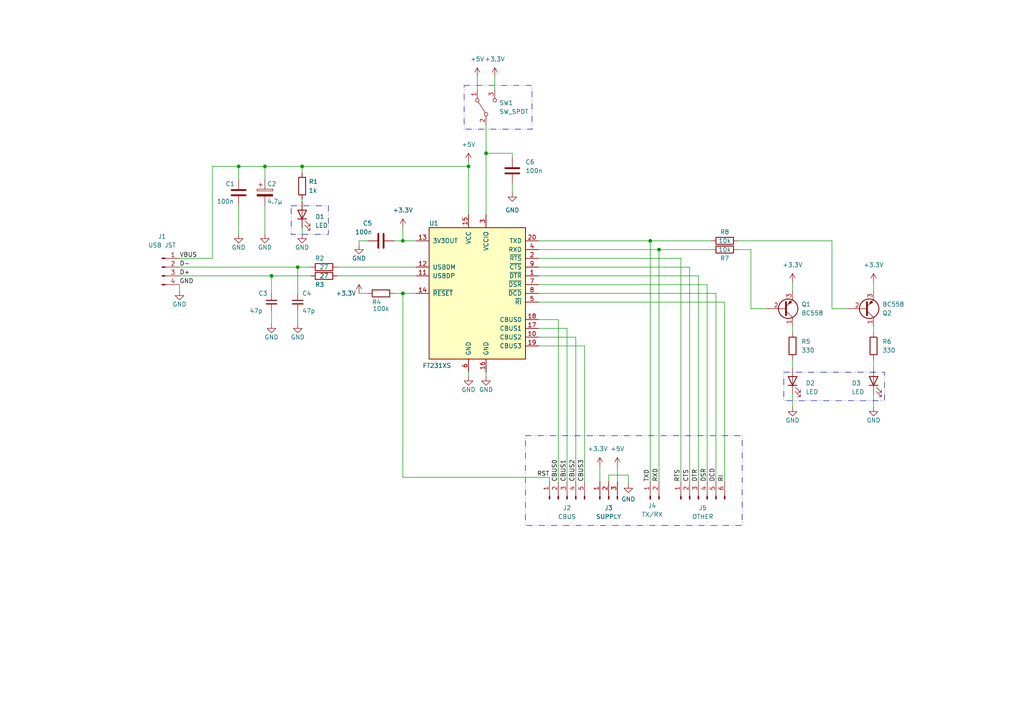
<source format=kicad_sch>
(kicad_sch (version 20230121) (generator eeschema)
  (paper "A4")
  (lib_symbols
    (symbol "Connector:Conn_01x02_Pin" (pin_names (offset 1.016) hide)
      (property "Reference" "J" (at 0 2.54 0))
      (property "Value" "Conn_01x02_Pin" (at 0 -5.08 0))
      (symbol "Conn_01x02_Pin_1_1"
        (polyline (pts (xy 1.27 -2.54) (xy 0.8636 -2.54)) (stroke (width 0.1524)))
        (polyline (pts (xy 1.27 0) (xy 0.8636 0)) (stroke (width 0.1524)))
        (rectangle (start 0.8636 -2.413) (end 0 -2.667) (stroke (width 0.1524)) (fill (type outline)))
        (rectangle (start 0.8636 0.127) (end 0 -0.127) (stroke (width 0.1524)) (fill (type outline)))
        (pin passive line (at 5.08 0 180) (length 3.81) (name "Pin_1") (number "1"))
        (pin passive line (at 5.08 -2.54 180) (length 3.81) (name "Pin_2") (number "2"))
      )
    )
    (symbol "Connector:Conn_01x03_Pin" (pin_names (offset 1.016) hide)
      (property "Reference" "J" (at 0 5.08 0))
      (property "Value" "Conn_01x03_Pin" (at 0 -5.08 0))
      (symbol "Conn_01x03_Pin_1_1"
        (polyline (pts (xy 1.27 -2.54) (xy 0.8636 -2.54)) (stroke (width 0.1524)))
        (polyline (pts (xy 1.27 0) (xy 0.8636 0)) (stroke (width 0.1524)))
        (polyline (pts (xy 1.27 2.54) (xy 0.8636 2.54)) (stroke (width 0.1524)))
        (rectangle (start 0.8636 -2.413) (end 0 -2.667) (stroke (width 0.1524)) (fill (type outline)))
        (rectangle (start 0.8636 0.127) (end 0 -0.127) (stroke (width 0.1524)) (fill (type outline)))
        (rectangle (start 0.8636 2.667) (end 0 2.413) (stroke (width 0.1524)) (fill (type outline)))
        (pin passive line (at 5.08 2.54 180) (length 3.81) (name "Pin_1") (number "1"))
        (pin passive line (at 5.08 0 180) (length 3.81) (name "Pin_2") (number "2"))
        (pin passive line (at 5.08 -2.54 180) (length 3.81) (name "Pin_3") (number "3"))
      )
    )
    (symbol "Connector:Conn_01x04_Pin" (pin_names (offset 1.016) hide)
      (property "Reference" "J" (at 0 5.08 0))
      (property "Value" "Conn_01x04_Pin" (at 0 -7.62 0))
      (symbol "Conn_01x04_Pin_1_1"
        (polyline (pts (xy 1.27 -5.08) (xy 0.8636 -5.08)) (stroke (width 0.1524)))
        (polyline (pts (xy 1.27 -2.54) (xy 0.8636 -2.54)) (stroke (width 0.1524)))
        (polyline (pts (xy 1.27 0) (xy 0.8636 0)) (stroke (width 0.1524)))
        (polyline (pts (xy 1.27 2.54) (xy 0.8636 2.54)) (stroke (width 0.1524)))
        (rectangle (start 0.8636 -4.953) (end 0 -5.207) (stroke (width 0.1524)) (fill (type outline)))
        (rectangle (start 0.8636 -2.413) (end 0 -2.667) (stroke (width 0.1524)) (fill (type outline)))
        (rectangle (start 0.8636 0.127) (end 0 -0.127) (stroke (width 0.1524)) (fill (type outline)))
        (rectangle (start 0.8636 2.667) (end 0 2.413) (stroke (width 0.1524)) (fill (type outline)))
        (pin passive line (at 5.08 2.54 180) (length 3.81) (name "Pin_1") (number "1"))
        (pin passive line (at 5.08 0 180) (length 3.81) (name "Pin_2") (number "2"))
        (pin passive line (at 5.08 -2.54 180) (length 3.81) (name "Pin_3") (number "3"))
        (pin passive line (at 5.08 -5.08 180) (length 3.81) (name "Pin_4") (number "4"))
      )
    )
    (symbol "Connector:Conn_01x05_Pin" (pin_names (offset 1.016) hide)
      (property "Reference" "J" (at 0 7.62 0))
      (property "Value" "Conn_01x05_Pin" (at 0 -7.62 0))
      (symbol "Conn_01x05_Pin_1_1"
        (polyline (pts (xy 1.27 -5.08) (xy 0.8636 -5.08)) (stroke (width 0.1524)))
        (polyline (pts (xy 1.27 -2.54) (xy 0.8636 -2.54)) (stroke (width 0.1524)))
        (polyline (pts (xy 1.27 0) (xy 0.8636 0)) (stroke (width 0.1524)))
        (polyline (pts (xy 1.27 2.54) (xy 0.8636 2.54)) (stroke (width 0.1524)))
        (polyline (pts (xy 1.27 5.08) (xy 0.8636 5.08)) (stroke (width 0.1524)))
        (rectangle (start 0.8636 -4.953) (end 0 -5.207) (stroke (width 0.1524)) (fill (type outline)))
        (rectangle (start 0.8636 -2.413) (end 0 -2.667) (stroke (width 0.1524)) (fill (type outline)))
        (rectangle (start 0.8636 0.127) (end 0 -0.127) (stroke (width 0.1524)) (fill (type outline)))
        (rectangle (start 0.8636 2.667) (end 0 2.413) (stroke (width 0.1524)) (fill (type outline)))
        (rectangle (start 0.8636 5.207) (end 0 4.953) (stroke (width 0.1524)) (fill (type outline)))
        (pin passive line (at 5.08 5.08 180) (length 3.81) (name "Pin_1") (number "1"))
        (pin passive line (at 5.08 2.54 180) (length 3.81) (name "Pin_2") (number "2"))
        (pin passive line (at 5.08 0 180) (length 3.81) (name "Pin_3") (number "3"))
        (pin passive line (at 5.08 -2.54 180) (length 3.81) (name "Pin_4") (number "4"))
        (pin passive line (at 5.08 -5.08 180) (length 3.81) (name "Pin_5") (number "5"))
      )
    )
    (symbol "Connector:Conn_01x06_Pin" (pin_names (offset 1.016) hide)
      (property "Reference" "J" (at 0 7.62 0))
      (property "Value" "Conn_01x06_Pin" (at 0 -10.16 0))
      (symbol "Conn_01x06_Pin_1_1"
        (polyline (pts (xy 1.27 -7.62) (xy 0.8636 -7.62)) (stroke (width 0.1524)))
        (polyline (pts (xy 1.27 -5.08) (xy 0.8636 -5.08)) (stroke (width 0.1524)))
        (polyline (pts (xy 1.27 -2.54) (xy 0.8636 -2.54)) (stroke (width 0.1524)))
        (polyline (pts (xy 1.27 0) (xy 0.8636 0)) (stroke (width 0.1524)))
        (polyline (pts (xy 1.27 2.54) (xy 0.8636 2.54)) (stroke (width 0.1524)))
        (polyline (pts (xy 1.27 5.08) (xy 0.8636 5.08)) (stroke (width 0.1524)))
        (rectangle (start 0.8636 -7.493) (end 0 -7.747) (stroke (width 0.1524)) (fill (type outline)))
        (rectangle (start 0.8636 -4.953) (end 0 -5.207) (stroke (width 0.1524)) (fill (type outline)))
        (rectangle (start 0.8636 -2.413) (end 0 -2.667) (stroke (width 0.1524)) (fill (type outline)))
        (rectangle (start 0.8636 0.127) (end 0 -0.127) (stroke (width 0.1524)) (fill (type outline)))
        (rectangle (start 0.8636 2.667) (end 0 2.413) (stroke (width 0.1524)) (fill (type outline)))
        (rectangle (start 0.8636 5.207) (end 0 4.953) (stroke (width 0.1524)) (fill (type outline)))
        (pin passive line (at 5.08 5.08 180) (length 3.81) (name "Pin_1") (number "1"))
        (pin passive line (at 5.08 2.54 180) (length 3.81) (name "Pin_2") (number "2"))
        (pin passive line (at 5.08 0 180) (length 3.81) (name "Pin_3") (number "3"))
        (pin passive line (at 5.08 -2.54 180) (length 3.81) (name "Pin_4") (number "4"))
        (pin passive line (at 5.08 -5.08 180) (length 3.81) (name "Pin_5") (number "5"))
        (pin passive line (at 5.08 -7.62 180) (length 3.81) (name "Pin_6") (number "6"))
      )
    )
    (symbol "Device:LED" (pin_numbers hide) (pin_names (offset 1.016) hide)
      (property "Reference" "D" (at 0 2.54 0))
      (property "Value" "LED" (at 0 -2.54 0))
      (symbol "LED_0_1"
        (polyline (pts (xy -1.27 -1.27) (xy -1.27 1.27)) (stroke (width 0.254)))
        (polyline (pts (xy -1.27 0) (xy 1.27 0)))
        (polyline (pts (xy 1.27 -1.27) (xy 1.27 1.27) (xy -1.27 0) (xy 1.27 -1.27)) (stroke (width 0.254)))
        (polyline (pts (xy -3.048 -0.762) (xy -4.572 -2.286) (xy -3.81 -2.286) (xy -4.572 -2.286) (xy -4.572 -1.524)))
        (polyline (pts (xy -1.778 -0.762) (xy -3.302 -2.286) (xy -2.54 -2.286) (xy -3.302 -2.286) (xy -3.302 -1.524)))
      )
      (symbol "LED_1_1"
        (pin passive line (at -3.81 0 0) (length 2.54) (name "K") (number "1"))
        (pin passive line (at 3.81 0 180) (length 2.54) (name "A") (number "2"))
      )
    )
    (symbol "Device:R" (pin_numbers hide) (pin_names (offset 0))
      (property "Reference" "R" (at 2.032 0 90))
      (property "Value" "R" (at 0 0 90))
      (symbol "R_0_1"
        (rectangle (start -1.016 -2.54) (end 1.016 2.54) (stroke (width 0.254)))
      )
      (symbol "R_1_1"
        (pin passive line (at 0 3.81 270) (length 1.27) (name "~") (number "1"))
        (pin passive line (at 0 -3.81 90) (length 1.27) (name "~") (number "2"))
      )
    )
    (symbol "FTDI_FT231XS-U_Breakout-rescue:C" (pin_numbers hide) (pin_names (offset 0.254))
      (property "Reference" "C" (at 0.635 2.54 0))
      (property "Value" "C" (at 0.635 -2.54 0))
      (symbol "C_0_1"
        (polyline (pts (xy -2.032 -0.762) (xy 2.032 -0.762)) (stroke (width 0.508)))
        (polyline (pts (xy -2.032 0.762) (xy 2.032 0.762)) (stroke (width 0.508)))
      )
      (symbol "C_1_1"
        (pin passive line (at 0 3.81 270) (length 2.794) (name "~") (number "1"))
        (pin passive line (at 0 -3.81 90) (length 2.794) (name "~") (number "2"))
      )
    )
    (symbol "FTDI_FT231XS-U_Breakout-rescue:CP" (pin_numbers hide) (pin_names (offset 0.254))
      (property "Reference" "C" (at 0.635 2.54 0))
      (property "Value" "CP" (at 0.635 -2.54 0))
      (symbol "CP_0_1"
        (rectangle (start -2.286 0.508) (end -2.286 1.016))
        (rectangle (start -2.286 0.508) (end 2.286 0.508))
        (polyline (pts (xy -1.778 2.286) (xy -0.762 2.286)))
        (polyline (pts (xy -1.27 2.794) (xy -1.27 1.778)))
        (rectangle (start 2.286 -0.508) (end -2.286 -1.016) (fill (type outline)))
        (rectangle (start 2.286 1.016) (end -2.286 1.016))
        (rectangle (start 2.286 1.016) (end 2.286 0.508))
      )
      (symbol "CP_1_1"
        (pin passive line (at 0 3.81 270) (length 2.794) (name "~") (number "1"))
        (pin passive line (at 0 -3.81 90) (length 2.794) (name "~") (number "2"))
      )
    )
    (symbol "FTDI_FT231XS-U_Breakout-rescue:C_Small" (pin_numbers hide) (pin_names (offset 0.254) hide)
      (property "Reference" "C" (at 0.254 1.778 0))
      (property "Value" "C_Small" (at 0.254 -2.032 0))
      (symbol "C_Small_0_1"
        (polyline (pts (xy -1.524 -0.508) (xy 1.524 -0.508)) (stroke (width 0.3302)))
        (polyline (pts (xy -1.524 0.508) (xy 1.524 0.508)) (stroke (width 0.3048)))
      )
      (symbol "C_Small_1_1"
        (pin passive line (at 0 2.54 270) (length 1.905) (name "~") (number "1"))
        (pin passive line (at 0 -2.54 90) (length 2.032) (name "~") (number "2"))
      )
    )
    (symbol "FTDI_FT231XS-U_Breakout-rescue:FT231XS" (pin_names (offset 1.016))
      (property "Reference" "U" (at -13.97 20.32 0))
      (property "Value" "FT231XS" (at 7.62 20.32 0))
      (property "Footprint" "SSOP-20" (at 0 0 0))
      (symbol "FT231XS_0_1"
        (rectangle (start -13.97 19.05) (end 13.97 -19.05) (stroke (width 0.254)) (fill (type background)))
      )
      (symbol "FT231XS_1_1"
        (pin output line (at 17.78 5.08 180) (length 3.81) (name "~{DTR}") (number "1"))
        (pin bidirectional line (at 17.78 -12.7 180) (length 3.81) (name "CBUS2") (number "10"))
        (pin bidirectional line (at -17.78 5.08 0) (length 3.81) (name "USBDP") (number "11"))
        (pin bidirectional line (at -17.78 7.62 0) (length 3.81) (name "USBDM") (number "12"))
        (pin power_out line (at -17.78 15.24 0) (length 3.81) (name "3V3OUT") (number "13"))
        (pin input line (at -17.78 0 0) (length 3.81) (name "~{RESET}") (number "14"))
        (pin power_in line (at -2.54 22.86 270) (length 3.81) (name "VCC") (number "15"))
        (pin power_in line (at 2.54 -22.86 90) (length 3.81) (name "GND") (number "16"))
        (pin bidirectional line (at 17.78 -10.16 180) (length 3.81) (name "CBUS1") (number "17"))
        (pin bidirectional line (at 17.78 -7.62 180) (length 3.81) (name "CBUS0") (number "18"))
        (pin bidirectional line (at 17.78 -15.24 180) (length 3.81) (name "CBUS3") (number "19"))
        (pin input line (at 17.78 10.16 180) (length 3.81) (name "~{RTS}") (number "2"))
        (pin output line (at 17.78 15.24 180) (length 3.81) (name "TXD") (number "20"))
        (pin power_in line (at 2.54 22.86 270) (length 3.81) (name "VCCIO") (number "3"))
        (pin input line (at 17.78 12.7 180) (length 3.81) (name "RXD") (number "4"))
        (pin input line (at 17.78 -2.54 180) (length 3.81) (name "~{RI}") (number "5"))
        (pin power_in line (at -2.54 -22.86 90) (length 3.81) (name "GND") (number "6"))
        (pin output line (at 17.78 2.54 180) (length 3.81) (name "~{DSR}") (number "7"))
        (pin input line (at 17.78 0 180) (length 3.81) (name "~{DCD}") (number "8"))
        (pin input line (at 17.78 7.62 180) (length 3.81) (name "~{CTS}") (number "9"))
      )
    )
    (symbol "FTDI_FT231XS-U_Breakout-rescue:GND" (power) (pin_names (offset 0))
      (property "Value" "GND" (at 0 -3.81 0))
      (symbol "GND_0_1"
        (polyline (pts (xy 0 0) (xy 0 -1.27) (xy 1.27 -1.27) (xy 0 -2.54) (xy -1.27 -1.27) (xy 0 -1.27)))
      )
      (symbol "GND_1_1"
        (pin power_in line (at 0 0 270) (length 0) hide (name "GND") (number "1"))
      )
    )
    (symbol "FTDI_FT231XS-U_Breakout-rescue:R" (pin_numbers hide) (pin_names (offset 0))
      (property "Reference" "R" (at 2.032 0 90))
      (property "Value" "R" (at 0 0 90))
      (symbol "R_0_1"
        (rectangle (start -1.016 -2.54) (end 1.016 2.54) (stroke (width 0.254)))
      )
      (symbol "R_1_1"
        (pin passive line (at 0 3.81 270) (length 1.27) (name "~") (number "1"))
        (pin passive line (at 0 -3.81 90) (length 1.27) (name "~") (number "2"))
      )
    )
    (symbol "Switch:SW_SPDT" (pin_names (offset 0) hide)
      (property "Reference" "SW" (at 0 4.318 0))
      (property "Value" "SW_SPDT" (at 0 -5.08 0))
      (symbol "SW_SPDT_0_0"
        (circle (center -2.032 0) (radius 0.508))
        (circle (center 2.032 -2.54) (radius 0.508))
      )
      (symbol "SW_SPDT_0_1"
        (polyline (pts (xy -1.524 0.254) (xy 1.651 2.286)))
        (circle (center 2.032 2.54) (radius 0.508))
      )
      (symbol "SW_SPDT_1_1"
        (pin passive line (at 5.08 2.54 180) (length 2.54) (name "A") (number "1"))
        (pin passive line (at -5.08 0 0) (length 2.54) (name "B") (number "2"))
        (pin passive line (at 5.08 -2.54 180) (length 2.54) (name "C") (number "3"))
      )
    )
    (symbol "Transistor_BJT:BC558" (pin_names (offset 0) hide)
      (property "Reference" "Q" (at 5.08 1.905 0))
      (property "Value" "BC558" (at 5.08 0 0))
      (symbol "BC558_0_1"
        (polyline (pts (xy 0.635 0.635) (xy 2.54 2.54)))
        (polyline (pts (xy 0.635 -0.635) (xy 2.54 -2.54) (xy 2.54 -2.54)))
        (polyline (pts (xy 0.635 1.905) (xy 0.635 -1.905) (xy 0.635 -1.905)) (stroke (width 0.508)))
        (polyline (pts (xy 2.286 -1.778) (xy 1.778 -2.286) (xy 1.27 -1.27) (xy 2.286 -1.778) (xy 2.286 -1.778)) (fill (type outline)))
        (circle (center 1.27 0) (radius 2.8194) (stroke (width 0.254)))
      )
      (symbol "BC558_1_1"
        (pin passive line (at 2.54 5.08 270) (length 2.54) (name "C") (number "1"))
        (pin input line (at -5.08 0 0) (length 5.715) (name "B") (number "2"))
        (pin passive line (at 2.54 -5.08 90) (length 2.54) (name "E") (number "3"))
      )
    )
    (symbol "power:+3.3V" (power) (pin_names (offset 0))
      (property "Value" "+3.3V" (at 0 3.556 0))
      (symbol "+3.3V_0_1"
        (polyline (pts (xy -0.762 1.27) (xy 0 2.54)))
        (polyline (pts (xy 0 0) (xy 0 2.54)))
        (polyline (pts (xy 0 2.54) (xy 0.762 1.27)))
      )
      (symbol "+3.3V_1_1"
        (pin power_in line (at 0 0 90) (length 0) hide (name "+3.3V") (number "1"))
      )
    )
    (symbol "power:+5V" (power) (pin_names (offset 0))
      (property "Value" "+5V" (at 0 3.556 0))
      (symbol "+5V_0_1"
        (polyline (pts (xy -0.762 1.27) (xy 0 2.54)))
        (polyline (pts (xy 0 0) (xy 0 2.54)))
        (polyline (pts (xy 0 2.54) (xy 0.762 1.27)))
      )
      (symbol "+5V_1_1"
        (pin power_in line (at 0 0 90) (length 0) hide (name "+5V") (number "1"))
      )
    )
    (symbol "power:GND" (power) (pin_names (offset 0))
      (property "Value" "GND" (at 0 -3.81 0))
      (symbol "GND_0_1"
        (polyline (pts (xy 0 0) (xy 0 -1.27) (xy 1.27 -1.27) (xy 0 -2.54) (xy -1.27 -1.27) (xy 0 -1.27)))
      )
      (symbol "GND_1_1"
        (pin power_in line (at 0 0 270) (length 0) hide (name "GND") (number "1"))
      )
    )
  )
  (junction (at 116.84 85.09))
  (junction (at 140.97 44.45))
  (junction (at 188.595 69.85))
  (junction (at 86.36 77.47))
  (junction (at 78.74 80.01))
  (junction (at 135.89 48.26))
  (junction (at 69.215 48.26))
  (junction (at 87.63 48.26))
  (junction (at 116.84 69.85))
  (junction (at 191.135 72.39))
  (junction (at 76.835 48.26))
  (wire (pts (xy 217.805 89.535) (xy 222.25 89.535)))
  (wire (pts (xy 156.21 95.25) (xy 164.465 95.25)))
  (wire (pts (xy 104.14 85.09) (xy 106.68 85.09)))
  (wire (pts (xy 159.385 138.43) (xy 116.84 138.43)))
  (wire (pts (xy 197.485 74.93) (xy 197.485 139.7)))
  (wire (pts (xy 253.365 94.615) (xy 253.365 96.52)))
  (wire (pts (xy 52.07 80.01) (xy 78.74 80.01)))
  (wire (pts (xy 205.105 82.55) (xy 205.105 139.7)))
  (wire (pts (xy 61.595 48.26) (xy 69.215 48.26)))
  (wire (pts (xy 167.005 97.79) (xy 167.005 139.7)))
  (wire (pts (xy 176.53 137.795) (xy 182.245 137.795)))
  (wire (pts (xy 182.245 137.795) (xy 182.245 140.335)))
  (wire (pts (xy 156.21 72.39) (xy 191.135 72.39)))
  (wire (pts (xy 140.97 44.45) (xy 148.59 44.45)))
  (wire (pts (xy 156.21 85.09) (xy 207.645 85.09)))
  (wire (pts (xy 86.36 77.47) (xy 90.17 77.47)))
  (wire (pts (xy 191.135 72.39) (xy 206.375 72.39)))
  (wire (pts (xy 87.63 48.26) (xy 135.89 48.26)))
  (wire (pts (xy 156.21 82.55) (xy 205.105 82.55)))
  (wire (pts (xy 188.595 69.85) (xy 206.375 69.85)))
  (wire (pts (xy 76.835 48.26) (xy 87.63 48.26)))
  (wire (pts (xy 241.3 69.85) (xy 241.3 89.535)))
  (wire (pts (xy 52.07 77.47) (xy 86.36 77.47)))
  (wire (pts (xy 202.565 80.01) (xy 202.565 139.7)))
  (wire (pts (xy 156.21 69.85) (xy 188.595 69.85)))
  (wire (pts (xy 241.3 89.535) (xy 245.745 89.535)))
  (wire (pts (xy 135.89 48.26) (xy 135.89 62.23)))
  (wire (pts (xy 87.63 66.04) (xy 87.63 67.945)))
  (wire (pts (xy 229.87 94.615) (xy 229.87 96.52)))
  (wire (pts (xy 97.79 77.47) (xy 120.65 77.47)))
  (wire (pts (xy 76.835 59.69) (xy 76.835 67.945)))
  (wire (pts (xy 169.545 100.33) (xy 169.545 139.7)))
  (wire (pts (xy 52.07 82.55) (xy 52.07 84.455)))
  (wire (pts (xy 116.84 85.09) (xy 120.65 85.09)))
  (wire (pts (xy 78.74 90.17) (xy 78.74 93.98)))
  (wire (pts (xy 86.36 90.17) (xy 86.36 93.98)))
  (wire (pts (xy 229.87 114.3) (xy 229.87 118.11)))
  (wire (pts (xy 138.43 22.225) (xy 138.43 26.035)))
  (wire (pts (xy 156.21 77.47) (xy 200.025 77.47)))
  (wire (pts (xy 253.365 104.14) (xy 253.365 106.68)))
  (wire (pts (xy 114.3 69.85) (xy 116.84 69.85)))
  (wire (pts (xy 148.59 53.34) (xy 148.59 55.88)))
  (wire (pts (xy 156.21 74.93) (xy 197.485 74.93)))
  (wire (pts (xy 78.74 80.01) (xy 90.17 80.01)))
  (wire (pts (xy 116.84 66.04) (xy 116.84 69.85)))
  (wire (pts (xy 173.99 135.255) (xy 173.99 139.7)))
  (wire (pts (xy 143.51 22.225) (xy 143.51 26.035)))
  (wire (pts (xy 188.595 69.85) (xy 188.595 139.7)))
  (wire (pts (xy 148.59 44.45) (xy 148.59 45.72)))
  (wire (pts (xy 253.365 114.3) (xy 253.365 118.11)))
  (wire (pts (xy 213.995 69.85) (xy 241.3 69.85)))
  (wire (pts (xy 69.215 48.26) (xy 69.215 52.07)))
  (wire (pts (xy 87.63 57.785) (xy 87.63 58.42)))
  (wire (pts (xy 135.89 46.99) (xy 135.89 48.26)))
  (wire (pts (xy 140.97 44.45) (xy 140.97 62.23)))
  (wire (pts (xy 114.3 85.09) (xy 116.84 85.09)))
  (wire (pts (xy 229.87 81.915) (xy 229.87 84.455)))
  (wire (pts (xy 207.645 85.09) (xy 207.645 139.7)))
  (wire (pts (xy 200.025 77.47) (xy 200.025 139.7)))
  (wire (pts (xy 229.87 104.14) (xy 229.87 106.68)))
  (wire (pts (xy 116.84 138.43) (xy 116.84 85.09)))
  (wire (pts (xy 86.36 77.47) (xy 86.36 85.09)))
  (wire (pts (xy 164.465 95.25) (xy 164.465 139.7)))
  (wire (pts (xy 156.21 87.63) (xy 210.185 87.63)))
  (wire (pts (xy 61.595 74.93) (xy 61.595 48.26)))
  (wire (pts (xy 176.53 139.7) (xy 176.53 137.795)))
  (wire (pts (xy 156.21 92.71) (xy 161.925 92.71)))
  (wire (pts (xy 52.07 74.93) (xy 61.595 74.93)))
  (wire (pts (xy 161.925 92.71) (xy 161.925 139.7)))
  (wire (pts (xy 116.84 69.85) (xy 120.65 69.85)))
  (wire (pts (xy 78.74 80.01) (xy 78.74 85.09)))
  (wire (pts (xy 69.215 59.69) (xy 69.215 67.945)))
  (wire (pts (xy 156.21 100.33) (xy 169.545 100.33)))
  (wire (pts (xy 140.97 107.95) (xy 140.97 109.22)))
  (wire (pts (xy 156.21 97.79) (xy 167.005 97.79)))
  (wire (pts (xy 159.385 139.7) (xy 159.385 138.43)))
  (wire (pts (xy 97.79 80.01) (xy 120.65 80.01)))
  (wire (pts (xy 253.365 81.915) (xy 253.365 84.455)))
  (wire (pts (xy 104.14 69.85) (xy 106.68 69.85)))
  (wire (pts (xy 156.21 80.01) (xy 202.565 80.01)))
  (wire (pts (xy 191.135 72.39) (xy 191.135 139.7)))
  (wire (pts (xy 140.97 36.195) (xy 140.97 44.45)))
  (wire (pts (xy 76.835 48.26) (xy 76.835 52.07)))
  (wire (pts (xy 104.14 71.12) (xy 104.14 69.85)))
  (wire (pts (xy 69.215 48.26) (xy 76.835 48.26)))
  (wire (pts (xy 210.185 87.63) (xy 210.185 139.7)))
  (wire (pts (xy 179.07 135.255) (xy 179.07 139.7)))
  (wire (pts (xy 87.63 48.26) (xy 87.63 50.165)))
  (wire (pts (xy 135.89 107.95) (xy 135.89 109.22)))
  (wire (pts (xy 213.995 72.39) (xy 217.805 72.39)))
  (wire (pts (xy 217.805 72.39) (xy 217.805 89.535)))
  (rectangle (start 84.455 59.69) (end 95.25 67.945) (stroke (width 0) (type dash_dot_dot)))
  (rectangle (start 152.4 126.365) (end 215.265 152.4) (stroke (width 0) (type dash_dot_dot)))
  (rectangle (start 134.62 24.765) (end 154.305 37.465) (stroke (width 0) (type dash_dot_dot)))
  (rectangle (start 227.33 107.95) (end 256.54 116.205) (stroke (width 0) (type dash_dot_dot)))
  (label "CBUS0" (at 161.925 139.7 90))
  (label "GND" (at 52.07 82.55 0))
  (label "CBUS2" (at 167.005 139.7 90))
  (label "CBUS3" (at 169.545 139.7 90))
  (label "DCD" (at 207.645 139.7 90))
  (label "CTS" (at 200.025 139.7 90))
  (label "RI" (at 210.185 139.7 90))
  (label "DSR" (at 205.105 139.7 90))
  (label "VBUS" (at 52.07 74.93 0))
  (label "RST" (at 159.385 138.43 180))
  (label "RTS" (at 197.485 139.7 90))
  (label "D-" (at 52.07 77.47 0))
  (label "DTR" (at 202.565 139.7 90))
  (label "D+" (at 52.07 80.01 0))
  (label "TXD" (at 188.595 139.7 90))
  (label "CBUS1" (at 164.465 139.7 90))
  (label "RXD" (at 191.135 139.7 90))
  (symbol (lib_id "Device:LED") (at 229.87 110.49 90) (unit 1)
    (property "Reference" "D2" (at 233.68 111.125 90) (effects (justify right)))
    (property "Value" "LED" (at 233.68 113.665 90) (effects (justify right)))
    (property "Footprint" "Connector_JST:JST_XH_B2B-XH-A_1x02_P2.50mm_Vertical" (effects hide))
  )
  (symbol (lib_id "FTDI_FT231XS-U_Breakout-rescue:GND") (at 69.215 67.945 0) (unit 1)
    (property "Reference" "#PWR02" (effects hide))
    (property "Value" "GND" (at 69.215 71.755 0))
  )
  (symbol (lib_id "power:+3.3V") (at 104.14 85.09 0) (unit 1)
    (property "Reference" "#PWR08" (effects hide))
    (property "Value" "+3.3V" (at 100.33 85.09 0))
  )
  (symbol (lib_id "FTDI_FT231XS-U_Breakout-rescue:GND") (at 253.365 118.11 0) (unit 1)
    (property "Reference" "#PWR022" (effects hide))
    (property "Value" "GND" (at 253.365 121.92 0))
  )
  (symbol (lib_id "FTDI_FT231XS-U_Breakout-rescue:GND") (at 78.74 93.98 0) (unit 1)
    (property "Reference" "#PWR04" (effects hide))
    (property "Value" "GND" (at 78.74 97.79 0))
  )
  (symbol (lib_id "Device:R") (at 87.63 53.975 0) (unit 1)
    (property "Reference" "R1" (at 89.535 52.705 0) (effects (justify left)))
    (property "Value" "1k" (at 89.535 55.245 0) (effects (justify left)))
    (property "Footprint" "Resistor_THT:R_Axial_DIN0207_L6.3mm_D2.5mm_P7.62mm_Horizontal" (effects hide))
  )
  (symbol (lib_id "FTDI_FT231XS-U_Breakout-rescue:GND") (at 148.59 55.88 0) (unit 1)
    (property "Reference" "#PWR015" (effects hide))
    (property "Value" "GND" (at 148.59 60.96 0))
  )
  (symbol (lib_id "FTDI_FT231XS-U_Breakout-rescue:GND") (at 229.87 118.11 0) (unit 1)
    (property "Reference" "#PWR020" (effects hide))
    (property "Value" "GND" (at 229.87 121.92 0))
  )
  (symbol (lib_id "FTDI_FT231XS-U_Breakout-rescue:GND") (at 140.97 109.22 0) (unit 1)
    (property "Reference" "#PWR013" (effects hide))
    (property "Value" "GND" (at 140.97 113.03 0))
  )
  (symbol (lib_id "Device:LED") (at 253.365 110.49 90) (unit 1)
    (property "Reference" "D3" (at 247.015 111.125 90) (effects (justify right)))
    (property "Value" "LED" (at 247.015 113.665 90) (effects (justify right)))
    (property "Footprint" "Connector_JST:JST_XH_B2B-XH-A_1x02_P2.50mm_Vertical" (effects hide))
  )
  (symbol (lib_id "Connector:Conn_01x02_Pin") (at 188.595 144.78 90) (unit 1)
    (property "Reference" "J4" (at 187.96 146.685 90) (effects (justify right)))
    (property "Value" "TX/RX" (at 186.055 149.225 90) (effects (justify right)))
    (property "Footprint" "Connector_PinHeader_2.54mm:PinHeader_1x02_P2.54mm_Horizontal" (effects hide))
  )
  (symbol (lib_id "FTDI_FT231XS-U_Breakout-rescue:FT231XS") (at 138.43 85.09 0) (unit 1)
    (property "Reference" "U1" (at 124.46 64.77 0) (effects (justify left)))
    (property "Value" "FT231XS" (at 122.555 106.045 0) (effects (justify left)))
    (property "Footprint" "Breakout:FTDI231X_Breakout" (effects hide))
  )
  (symbol (lib_id "Device:R") (at 253.365 100.33 0) (unit 1)
    (property "Reference" "R6" (at 255.905 99.06 0) (effects (justify left)))
    (property "Value" "330" (at 255.905 101.6 0) (effects (justify left)))
    (property "Footprint" "Resistor_THT:R_Axial_DIN0207_L6.3mm_D2.5mm_P7.62mm_Horizontal" (effects hide))
  )
  (symbol (lib_id "power:+3.3V") (at 143.51 22.225 0) (unit 1)
    (property "Reference" "#PWR014" (effects hide))
    (property "Value" "+3.3V" (at 143.51 17.145 0))
  )
  (symbol (lib_id "power:+3.3V") (at 116.84 66.04 0) (unit 1)
    (property "Reference" "#PWR09" (effects hide))
    (property "Value" "+3.3V" (at 116.84 60.96 0))
  )
  (symbol (lib_id "FTDI_FT231XS-U_Breakout-rescue:CP") (at 76.835 55.88 0) (unit 1)
    (property "Reference" "C2" (at 77.47 53.34 0) (effects (justify left)))
    (property "Value" "4.7µ" (at 77.47 58.42 0) (effects (justify left)))
    (property "Footprint" "Capacitor_THT:CP_Radial_D5.0mm_P2.00mm" (effects hide))
  )
  (symbol (lib_id "FTDI_FT231XS-U_Breakout-rescue:R") (at 93.98 77.47 270) (unit 1)
    (property "Reference" "R2" (at 92.71 74.93 90))
    (property "Value" "27" (at 93.98 77.47 90))
    (property "Footprint" "Resistor_THT:R_Axial_DIN0207_L6.3mm_D2.5mm_P7.62mm_Horizontal" (effects hide))
  )
  (symbol (lib_id "FTDI_FT231XS-U_Breakout-rescue:C") (at 69.215 55.88 0) (unit 1)
    (property "Reference" "C1" (at 65.405 53.34 0) (effects (justify left)))
    (property "Value" "100n" (at 62.865 58.42 0) (effects (justify left)))
    (property "Footprint" "Capacitor_THT:C_Disc_D3.0mm_W2.0mm_P2.50mm" (effects hide))
  )
  (symbol (lib_id "power:GND") (at 182.245 140.335 0) (unit 1)
    (property "Reference" "#PWR018" (effects hide))
    (property "Value" "GND" (at 182.245 144.78 0))
  )
  (symbol (lib_id "Device:R") (at 210.185 72.39 90) (mirror x) (unit 1)
    (property "Reference" "R7" (at 210.185 74.93 90))
    (property "Value" "10k" (at 210.185 72.39 90))
    (property "Footprint" "Resistor_THT:R_Axial_DIN0207_L6.3mm_D2.5mm_P7.62mm_Horizontal" (effects hide))
  )
  (symbol (lib_id "Connector:Conn_01x05_Pin") (at 164.465 144.78 90) (unit 1)
    (property "Reference" "J2" (at 164.465 147.32 90))
    (property "Value" "CBUS" (at 164.465 149.86 90))
    (property "Footprint" "Connector_PinHeader_2.54mm:PinHeader_1x05_P2.54mm_Horizontal" (effects hide))
  )
  (symbol (lib_id "Connector:Conn_01x04_Pin") (at 46.99 77.47 0) (unit 1)
    (property "Reference" "J1" (at 46.99 68.58 0))
    (property "Value" "USB JST" (at 46.99 71.12 0))
    (property "Footprint" "Connector_JST:JST_XH_B4B-XH-A_1x04_P2.50mm_Vertical" (effects hide))
  )
  (symbol (lib_id "Transistor_BJT:BC558") (at 227.33 89.535 0) (mirror x) (unit 1)
    (property "Reference" "Q1" (at 232.41 88.265 0) (effects (justify left)))
    (property "Value" "BC558" (at 232.41 90.805 0) (effects (justify left)))
    (property "Footprint" "Package_TO_SOT_THT:TO-92_HandSolder" (effects hide))
    (property "Datasheet" "https://www.onsemi.com/pub/Collateral/BC556BTA-D.pdf" (effects hide))
  )
  (symbol (lib_id "FTDI_FT231XS-U_Breakout-rescue:GND") (at 104.14 71.12 0) (unit 1)
    (property "Reference" "#PWR07" (effects hide))
    (property "Value" "GND" (at 104.14 74.93 0))
  )
  (symbol (lib_id "Device:LED") (at 87.63 62.23 90) (unit 1)
    (property "Reference" "D1" (at 91.44 62.865 90) (effects (justify right)))
    (property "Value" "LED" (at 91.44 65.405 90) (effects (justify right)))
    (property "Footprint" "Connector_JST:JST_XH_B2B-XH-A_1x02_P2.50mm_Vertical" (effects hide))
  )
  (symbol (lib_id "power:+5V") (at 135.89 46.99 0) (unit 1)
    (property "Reference" "#PWR010" (effects hide))
    (property "Value" "+5V" (at 135.89 41.91 0))
  )
  (symbol (lib_id "FTDI_FT231XS-U_Breakout-rescue:GND") (at 135.89 109.22 0) (unit 1)
    (property "Reference" "#PWR011" (effects hide))
    (property "Value" "GND" (at 135.89 113.03 0))
  )
  (symbol (lib_id "FTDI_FT231XS-U_Breakout-rescue:C_Small") (at 86.36 87.63 0) (unit 1)
    (property "Reference" "C4" (at 87.63 85.09 0) (effects (justify left)))
    (property "Value" "47p" (at 87.63 90.17 0) (effects (justify left)))
    (property "Footprint" "Capacitor_THT:C_Disc_D3.0mm_W2.0mm_P2.50mm" (effects hide))
  )
  (symbol (lib_id "Switch:SW_SPDT") (at 140.97 31.115 90) (unit 1)
    (property "Reference" "SW1" (at 144.78 29.845 90) (effects (justify right)))
    (property "Value" "SW_SPDT" (at 144.78 32.385 90) (effects (justify right)))
    (property "Footprint" "Connector_JST:JST_XH_B3B-XH-A_1x03_P2.50mm_Vertical" (effects hide))
  )
  (symbol (lib_id "FTDI_FT231XS-U_Breakout-rescue:R") (at 93.98 80.01 270) (mirror x) (unit 1)
    (property "Reference" "R3" (at 92.71 82.55 90))
    (property "Value" "27" (at 93.98 80.01 90))
    (property "Footprint" "Resistor_THT:R_Axial_DIN0207_L6.3mm_D2.5mm_P7.62mm_Horizontal" (effects hide))
  )
  (symbol (lib_id "FTDI_FT231XS-U_Breakout-rescue:GND") (at 52.07 84.455 0) (unit 1)
    (property "Reference" "#PWR01" (effects hide))
    (property "Value" "GND" (at 52.07 88.265 0))
  )
  (symbol (lib_id "FTDI_FT231XS-U_Breakout-rescue:C") (at 110.49 69.85 90) (unit 1)
    (property "Reference" "C5" (at 107.95 64.77 90) (effects (justify left)))
    (property "Value" "100n" (at 107.95 67.31 90) (effects (justify left)))
    (property "Footprint" "Capacitor_THT:C_Disc_D3.0mm_W2.0mm_P2.50mm" (effects hide))
  )
  (symbol (lib_id "power:+3.3V") (at 229.87 81.915 0) (unit 1)
    (property "Reference" "#PWR019" (effects hide))
    (property "Value" "+3.3V" (at 229.87 76.835 0))
  )
  (symbol (lib_id "power:+3.3V") (at 253.365 81.915 0) (unit 1)
    (property "Reference" "#PWR021" (effects hide))
    (property "Value" "+3.3V" (at 253.365 76.835 0))
  )
  (symbol (lib_id "FTDI_FT231XS-U_Breakout-rescue:GND") (at 87.63 67.945 0) (unit 1)
    (property "Reference" "#PWR06" (effects hide))
    (property "Value" "GND" (at 87.63 71.755 0))
  )
  (symbol (lib_id "FTDI_FT231XS-U_Breakout-rescue:C") (at 148.59 49.53 0) (unit 1)
    (property "Reference" "C6" (at 152.4 46.99 0) (effects (justify left)))
    (property "Value" "100n" (at 152.4 49.53 0) (effects (justify left)))
    (property "Footprint" "Capacitor_THT:C_Disc_D3.0mm_W2.0mm_P2.50mm" (effects hide))
  )
  (symbol (lib_id "Connector:Conn_01x06_Pin") (at 202.565 144.78 90) (unit 1)
    (property "Reference" "J5" (at 203.835 147.32 90))
    (property "Value" "OTHER" (at 203.835 149.86 90))
    (property "Footprint" "Connector_PinHeader_2.54mm:PinHeader_1x06_P2.54mm_Horizontal" (effects hide))
  )
  (symbol (lib_id "FTDI_FT231XS-U_Breakout-rescue:GND") (at 86.36 93.98 0) (unit 1)
    (property "Reference" "#PWR05" (effects hide))
    (property "Value" "GND" (at 86.36 97.79 0))
  )
  (symbol (lib_id "power:+5V") (at 138.43 22.225 0) (unit 1)
    (property "Reference" "#PWR012" (effects hide))
    (property "Value" "+5V" (at 138.43 17.145 0))
  )
  (symbol (lib_id "FTDI_FT231XS-U_Breakout-rescue:GND") (at 76.835 67.945 0) (unit 1)
    (property "Reference" "#PWR03" (effects hide))
    (property "Value" "GND" (at 76.835 71.755 0))
  )
  (symbol (lib_id "power:+3.3V") (at 173.99 135.255 0) (unit 1)
    (property "Reference" "#PWR017" (effects hide))
    (property "Value" "+3.3V" (at 173.355 130.175 0))
  )
  (symbol (lib_id "Device:R") (at 210.185 69.85 90) (unit 1)
    (property "Reference" "R8" (at 210.185 67.31 90))
    (property "Value" "10k" (at 210.185 69.85 90))
    (property "Footprint" "Resistor_THT:R_Axial_DIN0207_L6.3mm_D2.5mm_P7.62mm_Horizontal" (effects hide))
  )
  (symbol (lib_id "Connector:Conn_01x03_Pin") (at 176.53 144.78 90) (unit 1)
    (property "Reference" "J3" (at 176.53 147.32 90))
    (property "Value" "SUPPLY" (at 176.53 149.86 90))
    (property "Footprint" "Connector_PinHeader_2.54mm:PinHeader_1x03_P2.54mm_Horizontal" (effects hide))
  )
  (symbol (lib_id "FTDI_FT231XS-U_Breakout-rescue:C_Small") (at 78.74 87.63 0) (unit 1)
    (property "Reference" "C3" (at 74.93 85.09 0) (effects (justify left)))
    (property "Value" "47p" (at 72.39 90.17 0) (effects (justify left)))
    (property "Footprint" "Capacitor_THT:C_Disc_D3.0mm_W2.0mm_P2.50mm" (effects hide))
  )
  (symbol (lib_id "Device:R") (at 229.87 100.33 0) (unit 1)
    (property "Reference" "R5" (at 232.41 99.06 0) (effects (justify left)))
    (property "Value" "330" (at 232.41 101.6 0) (effects (justify left)))
    (property "Footprint" "Resistor_THT:R_Axial_DIN0207_L6.3mm_D2.5mm_P7.62mm_Horizontal" (effects hide))
  )
  (symbol (lib_id "Transistor_BJT:BC558") (at 250.825 89.535 0) (mirror x) (unit 1)
    (property "Reference" "Q2" (at 255.905 90.805 0) (effects (justify left)))
    (property "Value" "BC558" (at 255.905 88.265 0) (effects (justify left)))
    (property "Footprint" "Package_TO_SOT_THT:TO-92_HandSolder" (effects hide))
    (property "Datasheet" "https://www.onsemi.com/pub/Collateral/BC556BTA-D.pdf" (effects hide))
  )
  (symbol (lib_id "FTDI_FT231XS-U_Breakout-rescue:R") (at 110.49 85.09 270) (mirror x) (unit 1)
    (property "Reference" "R4" (at 109.22 87.63 90))
    (property "Value" "100k" (at 110.49 89.535 90))
    (property "Footprint" "Resistor_THT:R_Axial_DIN0207_L6.3mm_D2.5mm_P7.62mm_Horizontal" (effects hide))
  )
  (symbol (lib_id "power:+5V") (at 179.07 135.255 0) (unit 1)
    (property "Reference" "#PWR016" (effects hide))
    (property "Value" "+5V" (at 179.07 130.175 0))
  )
)
</source>
